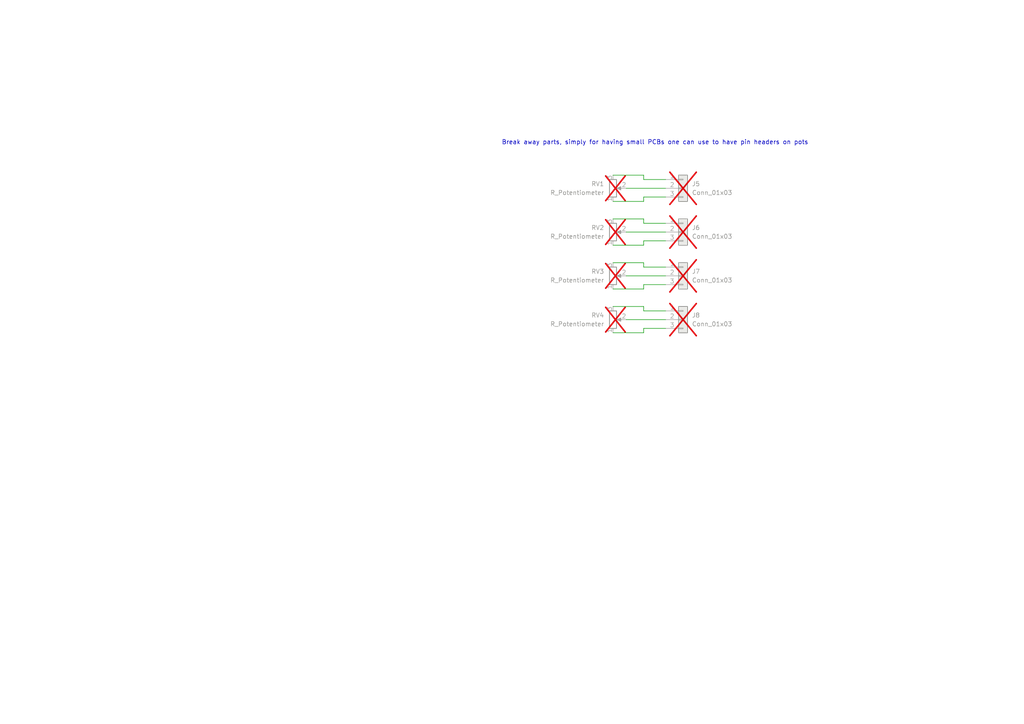
<source format=kicad_sch>
(kicad_sch (version 20231120) (generator "eeschema") (generator_version "8.0")
  (paper "A4")
  (lib_symbols
    (symbol "Connector_Generic:Conn_01x03" (pin_names (offset 1.016) hide)
      (property "Reference" "J" (at 0 5.08 0))
      (property "Value" "Conn_01x03" (at 0 -5.08 0))
      (symbol "Conn_01x03_1_1"
        (rectangle (start -1.27 -2.413) (end 0 -2.667) (stroke (width 0.1524)))
        (rectangle (start -1.27 0.127) (end 0 -0.127) (stroke (width 0.1524)))
        (rectangle (start -1.27 2.667) (end 0 2.413) (stroke (width 0.1524)))
        (rectangle (start -1.27 3.81) (end 1.27 -3.81) (stroke (width 0.254)) (fill (type background)))
        (pin passive line (at -5.08 2.54 0) (length 3.81) (name "Pin_1") (number "1"))
        (pin passive line (at -5.08 0 0) (length 3.81) (name "Pin_2") (number "2"))
        (pin passive line (at -5.08 -2.54 0) (length 3.81) (name "Pin_3") (number "3"))
      )
    )
    (symbol "Device:R_Potentiometer" (pin_names (offset 1.016) hide)
      (property "Reference" "RV" (at -4.445 0 90))
      (property "Value" "R_Potentiometer" (at -2.54 0 90))
      (symbol "R_Potentiometer_0_1"
        (polyline (pts (xy 2.54 0) (xy 1.524 0)))
        (polyline (pts (xy 1.143 0) (xy 2.286 0.508) (xy 2.286 -0.508) (xy 1.143 0)) (fill (type outline)))
        (rectangle (start 1.016 2.54) (end -1.016 -2.54) (stroke (width 0.254)))
      )
      (symbol "R_Potentiometer_1_1"
        (pin passive line (at 0 3.81 270) (length 1.27) (name "1") (number "1"))
        (pin passive line (at 3.81 0 180) (length 1.27) (name "2") (number "2"))
        (pin passive line (at 0 -3.81 90) (length 1.27) (name "3") (number "3"))
      )
    )
  )
  (wire (pts (xy 193.04 64.77) (xy 186.69 64.77)))
  (wire (pts (xy 186.69 52.07) (xy 186.69 50.8)))
  (wire (pts (xy 181.61 92.71) (xy 193.04 92.71)))
  (wire (pts (xy 186.69 90.17) (xy 186.69 88.9)))
  (wire (pts (xy 177.8 58.42) (xy 186.69 58.42)))
  (wire (pts (xy 177.8 71.12) (xy 186.69 71.12)))
  (wire (pts (xy 186.69 77.47) (xy 186.69 76.2)))
  (wire (pts (xy 186.69 63.5) (xy 177.8 63.5)))
  (wire (pts (xy 181.61 54.61) (xy 193.04 54.61)))
  (wire (pts (xy 186.69 96.52) (xy 186.69 95.25)))
  (wire (pts (xy 181.61 80.01) (xy 193.04 80.01)))
  (wire (pts (xy 186.69 76.2) (xy 177.8 76.2)))
  (wire (pts (xy 186.69 57.15) (xy 193.04 57.15)))
  (wire (pts (xy 193.04 90.17) (xy 186.69 90.17)))
  (wire (pts (xy 186.69 50.8) (xy 177.8 50.8)))
  (wire (pts (xy 193.04 77.47) (xy 186.69 77.47)))
  (wire (pts (xy 186.69 64.77) (xy 186.69 63.5)))
  (wire (pts (xy 186.69 69.85) (xy 193.04 69.85)))
  (wire (pts (xy 186.69 88.9) (xy 177.8 88.9)))
  (wire (pts (xy 193.04 52.07) (xy 186.69 52.07)))
  (wire (pts (xy 186.69 82.55) (xy 193.04 82.55)))
  (wire (pts (xy 177.8 96.52) (xy 186.69 96.52)))
  (wire (pts (xy 186.69 71.12) (xy 186.69 69.85)))
  (wire (pts (xy 181.61 67.31) (xy 193.04 67.31)))
  (wire (pts (xy 186.69 95.25) (xy 193.04 95.25)))
  (wire (pts (xy 186.69 58.42) (xy 186.69 57.15)))
  (wire (pts (xy 186.69 83.82) (xy 186.69 82.55)))
  (wire (pts (xy 177.8 83.82) (xy 186.69 83.82)))
  (text "Break away parts, simply for having small PCBs one can use to have pin headers on pots" (at 189.992 41.402 0) (effects (font (size 1.27 1.27))))
  (symbol (lib_id "Device:R_Potentiometer") (at 177.8 67.31 0) (mirror x) (unit 1) (in_bom no) (dnp yes)
    (property "Reference" "RV2" (at 175.26 66.04 0) (effects (justify right)))
    (property "Value" "R_Potentiometer" (at 175.26 68.58 0) (effects (justify right)))
    (property "Footprint" "NiasStuff:Potentiometer_Alps_RK09L_Double_Vertical" (effects (hide yes)))
    (property "Datasheet" "https://datasheet.lcsc.com/lcsc/1912111437_ALPSALPINE-RK09L1240A12_C380211.pdf" (effects (hide yes)))
    (property "Manufracturer" "ALPSALPINE" (effects (hide yes)))
    (property "Manufracturer Part Number" "RK09L1240A12" (effects (hide yes)))
    (property "JLCPCB Part" "C380211" (effects (hide yes)))
  )
  (symbol (lib_id "Connector_Generic:Conn_01x03") (at 198.12 54.61 0) (unit 1) (in_bom no) (dnp yes)
    (property "Reference" "J5" (at 200.66 53.3399 0) (effects (justify left)))
    (property "Value" "Conn_01x03" (at 200.66 55.8799 0) (effects (justify left)))
    (property "Footprint" "Connector:FanPinHeader_1x03_P2.54mm_Vertical" (effects (hide yes)))
    (property "Description" "Generic connector, single row, 01x03, script generated (kicad-library-utils/schlib/autogen/connector/)" (effects (hide yes)))
  )
  (symbol (lib_id "Device:R_Potentiometer") (at 177.8 92.71 0) (mirror x) (unit 1) (in_bom no) (dnp yes)
    (property "Reference" "RV4" (at 175.26 91.44 0) (effects (justify right)))
    (property "Value" "R_Potentiometer" (at 175.26 93.98 0) (effects (justify right)))
    (property "Footprint" "NiasStuff:Potentiometer_Alps_RK09L_Double_Vertical" (effects (hide yes)))
    (property "Datasheet" "https://datasheet.lcsc.com/lcsc/1912111437_ALPSALPINE-RK09L1240A12_C380211.pdf" (effects (hide yes)))
    (property "Manufracturer" "ALPSALPINE" (effects (hide yes)))
    (property "Manufracturer Part Number" "RK09L1240A12" (effects (hide yes)))
    (property "JLCPCB Part" "C380211" (effects (hide yes)))
  )
  (symbol (lib_id "Connector_Generic:Conn_01x03") (at 198.12 92.71 0) (unit 1) (in_bom no) (dnp yes)
    (property "Reference" "J8" (at 200.66 91.4399 0) (effects (justify left)))
    (property "Value" "Conn_01x03" (at 200.66 93.9799 0) (effects (justify left)))
    (property "Footprint" "Connector:FanPinHeader_1x03_P2.54mm_Vertical" (effects (hide yes)))
    (property "Description" "Generic connector, single row, 01x03, script generated (kicad-library-utils/schlib/autogen/connector/)" (effects (hide yes)))
  )
  (symbol (lib_id "Device:R_Potentiometer") (at 177.8 80.01 0) (mirror x) (unit 1) (in_bom no) (dnp yes)
    (property "Reference" "RV3" (at 175.26 78.74 0) (effects (justify right)))
    (property "Value" "R_Potentiometer" (at 175.26 81.28 0) (effects (justify right)))
    (property "Footprint" "NiasStuff:Potentiometer_Alps_RK09L_Double_Vertical" (effects (hide yes)))
    (property "Datasheet" "https://datasheet.lcsc.com/lcsc/1912111437_ALPSALPINE-RK09L1240A12_C380211.pdf" (effects (hide yes)))
    (property "Manufracturer" "ALPSALPINE" (effects (hide yes)))
    (property "Manufracturer Part Number" "RK09L1240A12" (effects (hide yes)))
    (property "JLCPCB Part" "C380211" (effects (hide yes)))
  )
  (symbol (lib_id "Connector_Generic:Conn_01x03") (at 198.12 80.01 0) (unit 1) (in_bom no) (dnp yes)
    (property "Reference" "J7" (at 200.66 78.7399 0) (effects (justify left)))
    (property "Value" "Conn_01x03" (at 200.66 81.2799 0) (effects (justify left)))
    (property "Footprint" "Connector:FanPinHeader_1x03_P2.54mm_Vertical" (effects (hide yes)))
    (property "Description" "Generic connector, single row, 01x03, script generated (kicad-library-utils/schlib/autogen/connector/)" (effects (hide yes)))
  )
  (symbol (lib_id "Connector_Generic:Conn_01x03") (at 198.12 67.31 0) (unit 1) (in_bom no) (dnp yes)
    (property "Reference" "J6" (at 200.66 66.0399 0) (effects (justify left)))
    (property "Value" "Conn_01x03" (at 200.66 68.5799 0) (effects (justify left)))
    (property "Footprint" "Connector:FanPinHeader_1x03_P2.54mm_Vertical" (effects (hide yes)))
    (property "Description" "Generic connector, single row, 01x03, script generated (kicad-library-utils/schlib/autogen/connector/)" (effects (hide yes)))
  )
  (symbol (lib_id "Device:R_Potentiometer") (at 177.8 54.61 0) (mirror x) (unit 1) (in_bom no) (dnp yes)
    (property "Reference" "RV1" (at 175.26 53.34 0) (effects (justify right)))
    (property "Value" "R_Potentiometer" (at 175.26 55.88 0) (effects (justify right)))
    (property "Footprint" "NiasStuff:Potentiometer_Alps_RK09L_Double_Vertical" (effects (hide yes)))
    (property "Datasheet" "https://datasheet.lcsc.com/lcsc/1912111437_ALPSALPINE-RK09L1240A12_C380211.pdf" (effects (hide yes)))
    (property "Manufracturer" "ALPSALPINE" (effects (hide yes)))
    (property "Manufracturer Part Number" "RK09L1240A12" (effects (hide yes)))
    (property "JLCPCB Part" "C380211" (effects (hide yes)))
  )
)
</source>
